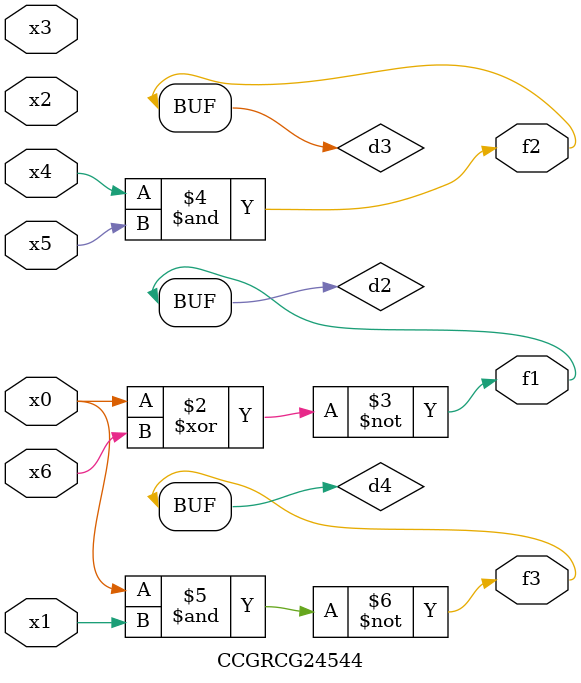
<source format=v>
module CCGRCG24544(
	input x0, x1, x2, x3, x4, x5, x6,
	output f1, f2, f3
);

	wire d1, d2, d3, d4;

	nor (d1, x0);
	xnor (d2, x0, x6);
	and (d3, x4, x5);
	nand (d4, x0, x1);
	assign f1 = d2;
	assign f2 = d3;
	assign f3 = d4;
endmodule

</source>
